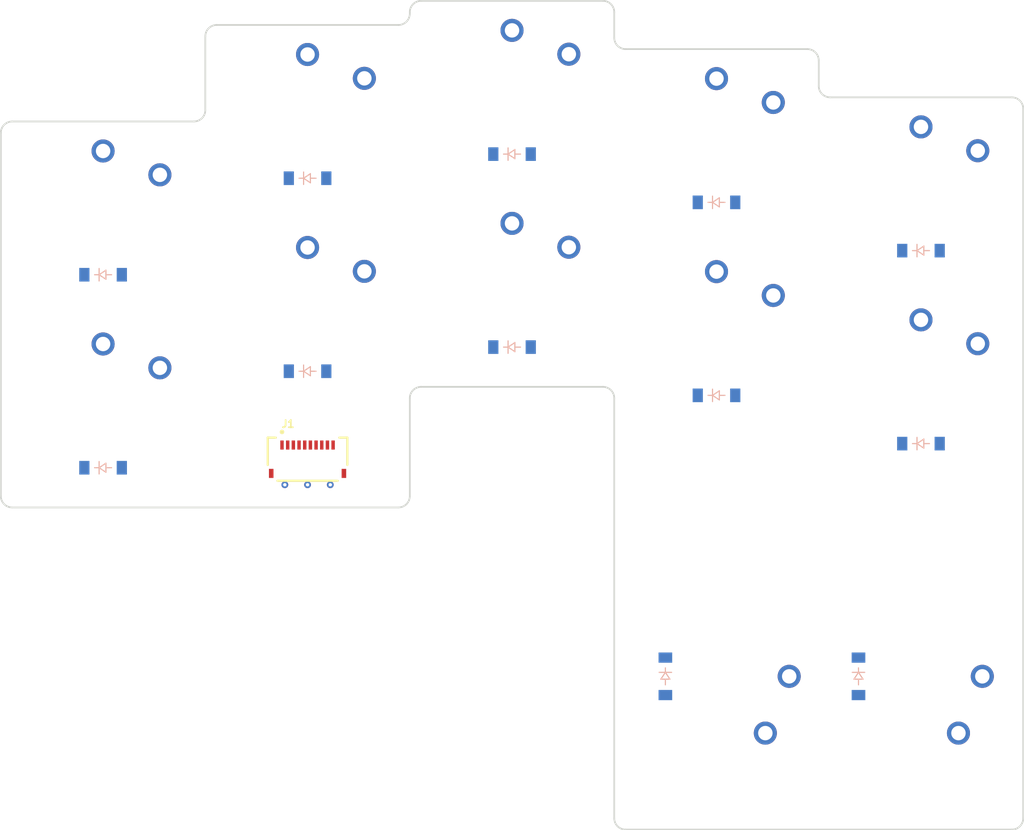
<source format=kicad_pcb>

            
(kicad_pcb (version 20171130) (host pcbnew 5.1.6)

  (page A3)
  (title_block
    (title left_pcb)
    (rev v1.0.0)
    (company Unknown)
  )

  (general
    (thickness 1.6)
  )

  (layers
    (0 F.Cu signal)
    (31 B.Cu signal)
    (32 B.Adhes user)
    (33 F.Adhes user)
    (34 B.Paste user)
    (35 F.Paste user)
    (36 B.SilkS user)
    (37 F.SilkS user)
    (38 B.Mask user)
    (39 F.Mask user)
    (40 Dwgs.User user)
    (41 Cmts.User user)
    (42 Eco1.User user)
    (43 Eco2.User user)
    (44 Edge.Cuts user)
    (45 Margin user)
    (46 B.CrtYd user)
    (47 F.CrtYd user)
    (48 B.Fab user)
    (49 F.Fab user)
  )

  (setup
    (last_trace_width 0.25)
    (trace_clearance 0.2)
    (zone_clearance 0.508)
    (zone_45_only no)
    (trace_min 0.2)
    (via_size 0.8)
    (via_drill 0.4)
    (via_min_size 0.4)
    (via_min_drill 0.3)
    (uvia_size 0.3)
    (uvia_drill 0.1)
    (uvias_allowed no)
    (uvia_min_size 0.2)
    (uvia_min_drill 0.1)
    (edge_width 0.05)
    (segment_width 0.2)
    (pcb_text_width 0.3)
    (pcb_text_size 1.5 1.5)
    (mod_edge_width 0.12)
    (mod_text_size 1 1)
    (mod_text_width 0.15)
    (pad_size 1.524 1.524)
    (pad_drill 0.762)
    (pad_to_mask_clearance 0.05)
    (aux_axis_origin 0 0)
    (visible_elements FFFFFF7F)
    (pcbplotparams
      (layerselection 0x010fc_ffffffff)
      (usegerberextensions false)
      (usegerberattributes true)
      (usegerberadvancedattributes true)
      (creategerberjobfile true)
      (excludeedgelayer true)
      (linewidth 0.100000)
      (plotframeref false)
      (viasonmask false)
      (mode 1)
      (useauxorigin false)
      (hpglpennumber 1)
      (hpglpenspeed 20)
      (hpglpendiameter 15.000000)
      (psnegative false)
      (psa4output false)
      (plotreference true)
      (plotvalue true)
      (plotinvisibletext false)
      (padsonsilk false)
      (subtractmaskfromsilk false)
      (outputformat 1)
      (mirror false)
      (drillshape 1)
      (scaleselection 1)
      (outputdirectory ""))
  )

            (net 0 "")
(net 1 "C1")
(net 2 "pinky_bottom")
(net 3 "pinky_top")
(net 4 "C2")
(net 5 "ring_bottom")
(net 6 "ring_top")
(net 7 "C3")
(net 8 "middle_bottom")
(net 9 "middle_top")
(net 10 "C4")
(net 11 "index_bottom")
(net 12 "index_top")
(net 13 "C5")
(net 14 "inner_bottom")
(net 15 "inner_top")
(net 16 "outer_thumb")
(net 17 "inner_thumb")
(net 18 "R2")
(net 19 "R1")
(net 20 "R3")
(net 21 "GND")
(net 22 "C0")
            
  (net_class Default "This is the default net class."
    (clearance 0.2)
    (trace_width 0.25)
    (via_dia 0.8)
    (via_drill 0.4)
    (uvia_dia 0.3)
    (uvia_drill 0.1)
    (add_net "")
(add_net "C1")
(add_net "pinky_bottom")
(add_net "pinky_top")
(add_net "C2")
(add_net "ring_bottom")
(add_net "ring_top")
(add_net "C3")
(add_net "middle_bottom")
(add_net "middle_top")
(add_net "C4")
(add_net "index_bottom")
(add_net "index_top")
(add_net "C5")
(add_net "inner_bottom")
(add_net "inner_top")
(add_net "outer_thumb")
(add_net "inner_thumb")
(add_net "R2")
(add_net "R1")
(add_net "R3")
(add_net "GND")
(add_net "C0")
  )

            
        
      (module PG1350 (layer F.Cu) (tedit 5DD50112)
      (model ${ERGOGEN_MODELS}/SW_Kailh_Choc_V1.wrl
        (at (xyz 0 0 0))
        (scale (xyz 1 1 1))
        (rotate (xyz 0 0 0))
      )
      (at 109 136.125 0)

      
      (fp_text reference "S1" (at 0 0) (layer F.SilkS) hide (effects (font (size 1.27 1.27) (thickness 0.15))))
      (fp_text value "" (at 0 0) (layer F.SilkS) hide (effects (font (size 1.27 1.27) (thickness 0.15))))

      
      (fp_line (start -7 -6) (end -7 -7) (layer Dwgs.User) (width 0.15))
      (fp_line (start -7 7) (end -6 7) (layer Dwgs.User) (width 0.15))
      (fp_line (start -6 -7) (end -7 -7) (layer Dwgs.User) (width 0.15))
      (fp_line (start -7 7) (end -7 6) (layer Dwgs.User) (width 0.15))
      (fp_line (start 7 6) (end 7 7) (layer Dwgs.User) (width 0.15))
      (fp_line (start 7 -7) (end 6 -7) (layer Dwgs.User) (width 0.15))
      (fp_line (start 6 7) (end 7 7) (layer Dwgs.User) (width 0.15))
      (fp_line (start 7 -7) (end 7 -6) (layer Dwgs.User) (width 0.15))      
      
      
      (pad "" np_thru_hole circle (at 0 0) (size 3.429 3.429) (drill 3.429) (layers *.Cu *.Mask))
        
      
      (pad "" np_thru_hole circle (at 5.5 0) (size 1.7018 1.7018) (drill 1.7018) (layers *.Cu *.Mask))
      (pad "" np_thru_hole circle (at -5.5 0) (size 1.7018 1.7018) (drill 1.7018) (layers *.Cu *.Mask))

      

      
        
      
      (fp_line (start -9 -8.5) (end 9 -8.5) (layer Dwgs.User) (width 0.15))
      (fp_line (start 9 -8.5) (end 9 8.5) (layer Dwgs.User) (width 0.15))
      (fp_line (start 9 8.5) (end -9 8.5) (layer Dwgs.User) (width 0.15))
      (fp_line (start -9 8.5) (end -9 -8.5) (layer Dwgs.User) (width 0.15))
      
        
            
            (pad 1 thru_hole circle (at 5 -3.8) (size 2.032 2.032) (drill 1.27) (layers *.Cu *.Mask) (net 1 "C1"))
            (pad 2 thru_hole circle (at 0 -5.9) (size 2.032 2.032) (drill 1.27) (layers *.Cu *.Mask) (net 2 "pinky_bottom"))
          )
        

        
      (module PG1350 (layer F.Cu) (tedit 5DD50112)
      (model ${ERGOGEN_MODELS}/SW_Kailh_Choc_V1.wrl
        (at (xyz 0 0 0))
        (scale (xyz 1 1 1))
        (rotate (xyz 0 0 0))
      )
      (at 109 119.125 0)

      
      (fp_text reference "S2" (at 0 0) (layer F.SilkS) hide (effects (font (size 1.27 1.27) (thickness 0.15))))
      (fp_text value "" (at 0 0) (layer F.SilkS) hide (effects (font (size 1.27 1.27) (thickness 0.15))))

      
      (fp_line (start -7 -6) (end -7 -7) (layer Dwgs.User) (width 0.15))
      (fp_line (start -7 7) (end -6 7) (layer Dwgs.User) (width 0.15))
      (fp_line (start -6 -7) (end -7 -7) (layer Dwgs.User) (width 0.15))
      (fp_line (start -7 7) (end -7 6) (layer Dwgs.User) (width 0.15))
      (fp_line (start 7 6) (end 7 7) (layer Dwgs.User) (width 0.15))
      (fp_line (start 7 -7) (end 6 -7) (layer Dwgs.User) (width 0.15))
      (fp_line (start 6 7) (end 7 7) (layer Dwgs.User) (width 0.15))
      (fp_line (start 7 -7) (end 7 -6) (layer Dwgs.User) (width 0.15))      
      
      
      (pad "" np_thru_hole circle (at 0 0) (size 3.429 3.429) (drill 3.429) (layers *.Cu *.Mask))
        
      
      (pad "" np_thru_hole circle (at 5.5 0) (size 1.7018 1.7018) (drill 1.7018) (layers *.Cu *.Mask))
      (pad "" np_thru_hole circle (at -5.5 0) (size 1.7018 1.7018) (drill 1.7018) (layers *.Cu *.Mask))

      

      
        
      
      (fp_line (start -9 -8.5) (end 9 -8.5) (layer Dwgs.User) (width 0.15))
      (fp_line (start 9 -8.5) (end 9 8.5) (layer Dwgs.User) (width 0.15))
      (fp_line (start 9 8.5) (end -9 8.5) (layer Dwgs.User) (width 0.15))
      (fp_line (start -9 8.5) (end -9 -8.5) (layer Dwgs.User) (width 0.15))
      
        
            
            (pad 1 thru_hole circle (at 5 -3.8) (size 2.032 2.032) (drill 1.27) (layers *.Cu *.Mask) (net 1 "C1"))
            (pad 2 thru_hole circle (at 0 -5.9) (size 2.032 2.032) (drill 1.27) (layers *.Cu *.Mask) (net 3 "pinky_top"))
          )
        

        
      (module PG1350 (layer F.Cu) (tedit 5DD50112)
      (model ${ERGOGEN_MODELS}/SW_Kailh_Choc_V1.wrl
        (at (xyz 0 0 0))
        (scale (xyz 1 1 1))
        (rotate (xyz 0 0 0))
      )
      (at 127 127.625 0)

      
      (fp_text reference "S3" (at 0 0) (layer F.SilkS) hide (effects (font (size 1.27 1.27) (thickness 0.15))))
      (fp_text value "" (at 0 0) (layer F.SilkS) hide (effects (font (size 1.27 1.27) (thickness 0.15))))

      
      (fp_line (start -7 -6) (end -7 -7) (layer Dwgs.User) (width 0.15))
      (fp_line (start -7 7) (end -6 7) (layer Dwgs.User) (width 0.15))
      (fp_line (start -6 -7) (end -7 -7) (layer Dwgs.User) (width 0.15))
      (fp_line (start -7 7) (end -7 6) (layer Dwgs.User) (width 0.15))
      (fp_line (start 7 6) (end 7 7) (layer Dwgs.User) (width 0.15))
      (fp_line (start 7 -7) (end 6 -7) (layer Dwgs.User) (width 0.15))
      (fp_line (start 6 7) (end 7 7) (layer Dwgs.User) (width 0.15))
      (fp_line (start 7 -7) (end 7 -6) (layer Dwgs.User) (width 0.15))      
      
      
      (pad "" np_thru_hole circle (at 0 0) (size 3.429 3.429) (drill 3.429) (layers *.Cu *.Mask))
        
      
      (pad "" np_thru_hole circle (at 5.5 0) (size 1.7018 1.7018) (drill 1.7018) (layers *.Cu *.Mask))
      (pad "" np_thru_hole circle (at -5.5 0) (size 1.7018 1.7018) (drill 1.7018) (layers *.Cu *.Mask))

      

      
        
      
      (fp_line (start -9 -8.5) (end 9 -8.5) (layer Dwgs.User) (width 0.15))
      (fp_line (start 9 -8.5) (end 9 8.5) (layer Dwgs.User) (width 0.15))
      (fp_line (start 9 8.5) (end -9 8.5) (layer Dwgs.User) (width 0.15))
      (fp_line (start -9 8.5) (end -9 -8.5) (layer Dwgs.User) (width 0.15))
      
        
            
            (pad 1 thru_hole circle (at 5 -3.8) (size 2.032 2.032) (drill 1.27) (layers *.Cu *.Mask) (net 4 "C2"))
            (pad 2 thru_hole circle (at 0 -5.9) (size 2.032 2.032) (drill 1.27) (layers *.Cu *.Mask) (net 5 "ring_bottom"))
          )
        

        
      (module PG1350 (layer F.Cu) (tedit 5DD50112)
      (model ${ERGOGEN_MODELS}/SW_Kailh_Choc_V1.wrl
        (at (xyz 0 0 0))
        (scale (xyz 1 1 1))
        (rotate (xyz 0 0 0))
      )
      (at 127 110.625 0)

      
      (fp_text reference "S4" (at 0 0) (layer F.SilkS) hide (effects (font (size 1.27 1.27) (thickness 0.15))))
      (fp_text value "" (at 0 0) (layer F.SilkS) hide (effects (font (size 1.27 1.27) (thickness 0.15))))

      
      (fp_line (start -7 -6) (end -7 -7) (layer Dwgs.User) (width 0.15))
      (fp_line (start -7 7) (end -6 7) (layer Dwgs.User) (width 0.15))
      (fp_line (start -6 -7) (end -7 -7) (layer Dwgs.User) (width 0.15))
      (fp_line (start -7 7) (end -7 6) (layer Dwgs.User) (width 0.15))
      (fp_line (start 7 6) (end 7 7) (layer Dwgs.User) (width 0.15))
      (fp_line (start 7 -7) (end 6 -7) (layer Dwgs.User) (width 0.15))
      (fp_line (start 6 7) (end 7 7) (layer Dwgs.User) (width 0.15))
      (fp_line (start 7 -7) (end 7 -6) (layer Dwgs.User) (width 0.15))      
      
      
      (pad "" np_thru_hole circle (at 0 0) (size 3.429 3.429) (drill 3.429) (layers *.Cu *.Mask))
        
      
      (pad "" np_thru_hole circle (at 5.5 0) (size 1.7018 1.7018) (drill 1.7018) (layers *.Cu *.Mask))
      (pad "" np_thru_hole circle (at -5.5 0) (size 1.7018 1.7018) (drill 1.7018) (layers *.Cu *.Mask))

      

      
        
      
      (fp_line (start -9 -8.5) (end 9 -8.5) (layer Dwgs.User) (width 0.15))
      (fp_line (start 9 -8.5) (end 9 8.5) (layer Dwgs.User) (width 0.15))
      (fp_line (start 9 8.5) (end -9 8.5) (layer Dwgs.User) (width 0.15))
      (fp_line (start -9 8.5) (end -9 -8.5) (layer Dwgs.User) (width 0.15))
      
        
            
            (pad 1 thru_hole circle (at 5 -3.8) (size 2.032 2.032) (drill 1.27) (layers *.Cu *.Mask) (net 4 "C2"))
            (pad 2 thru_hole circle (at 0 -5.9) (size 2.032 2.032) (drill 1.27) (layers *.Cu *.Mask) (net 6 "ring_top"))
          )
        

        
      (module PG1350 (layer F.Cu) (tedit 5DD50112)
      (model ${ERGOGEN_MODELS}/SW_Kailh_Choc_V1.wrl
        (at (xyz 0 0 0))
        (scale (xyz 1 1 1))
        (rotate (xyz 0 0 0))
      )
      (at 145 125.5 0)

      
      (fp_text reference "S5" (at 0 0) (layer F.SilkS) hide (effects (font (size 1.27 1.27) (thickness 0.15))))
      (fp_text value "" (at 0 0) (layer F.SilkS) hide (effects (font (size 1.27 1.27) (thickness 0.15))))

      
      (fp_line (start -7 -6) (end -7 -7) (layer Dwgs.User) (width 0.15))
      (fp_line (start -7 7) (end -6 7) (layer Dwgs.User) (width 0.15))
      (fp_line (start -6 -7) (end -7 -7) (layer Dwgs.User) (width 0.15))
      (fp_line (start -7 7) (end -7 6) (layer Dwgs.User) (width 0.15))
      (fp_line (start 7 6) (end 7 7) (layer Dwgs.User) (width 0.15))
      (fp_line (start 7 -7) (end 6 -7) (layer Dwgs.User) (width 0.15))
      (fp_line (start 6 7) (end 7 7) (layer Dwgs.User) (width 0.15))
      (fp_line (start 7 -7) (end 7 -6) (layer Dwgs.User) (width 0.15))      
      
      
      (pad "" np_thru_hole circle (at 0 0) (size 3.429 3.429) (drill 3.429) (layers *.Cu *.Mask))
        
      
      (pad "" np_thru_hole circle (at 5.5 0) (size 1.7018 1.7018) (drill 1.7018) (layers *.Cu *.Mask))
      (pad "" np_thru_hole circle (at -5.5 0) (size 1.7018 1.7018) (drill 1.7018) (layers *.Cu *.Mask))

      

      
        
      
      (fp_line (start -9 -8.5) (end 9 -8.5) (layer Dwgs.User) (width 0.15))
      (fp_line (start 9 -8.5) (end 9 8.5) (layer Dwgs.User) (width 0.15))
      (fp_line (start 9 8.5) (end -9 8.5) (layer Dwgs.User) (width 0.15))
      (fp_line (start -9 8.5) (end -9 -8.5) (layer Dwgs.User) (width 0.15))
      
        
            
            (pad 1 thru_hole circle (at 5 -3.8) (size 2.032 2.032) (drill 1.27) (layers *.Cu *.Mask) (net 7 "C3"))
            (pad 2 thru_hole circle (at 0 -5.9) (size 2.032 2.032) (drill 1.27) (layers *.Cu *.Mask) (net 8 "middle_bottom"))
          )
        

        
      (module PG1350 (layer F.Cu) (tedit 5DD50112)
      (model ${ERGOGEN_MODELS}/SW_Kailh_Choc_V1.wrl
        (at (xyz 0 0 0))
        (scale (xyz 1 1 1))
        (rotate (xyz 0 0 0))
      )
      (at 145 108.5 0)

      
      (fp_text reference "S6" (at 0 0) (layer F.SilkS) hide (effects (font (size 1.27 1.27) (thickness 0.15))))
      (fp_text value "" (at 0 0) (layer F.SilkS) hide (effects (font (size 1.27 1.27) (thickness 0.15))))

      
      (fp_line (start -7 -6) (end -7 -7) (layer Dwgs.User) (width 0.15))
      (fp_line (start -7 7) (end -6 7) (layer Dwgs.User) (width 0.15))
      (fp_line (start -6 -7) (end -7 -7) (layer Dwgs.User) (width 0.15))
      (fp_line (start -7 7) (end -7 6) (layer Dwgs.User) (width 0.15))
      (fp_line (start 7 6) (end 7 7) (layer Dwgs.User) (width 0.15))
      (fp_line (start 7 -7) (end 6 -7) (layer Dwgs.User) (width 0.15))
      (fp_line (start 6 7) (end 7 7) (layer Dwgs.User) (width 0.15))
      (fp_line (start 7 -7) (end 7 -6) (layer Dwgs.User) (width 0.15))      
      
      
      (pad "" np_thru_hole circle (at 0 0) (size 3.429 3.429) (drill 3.429) (layers *.Cu *.Mask))
        
      
      (pad "" np_thru_hole circle (at 5.5 0) (size 1.7018 1.7018) (drill 1.7018) (layers *.Cu *.Mask))
      (pad "" np_thru_hole circle (at -5.5 0) (size 1.7018 1.7018) (drill 1.7018) (layers *.Cu *.Mask))

      

      
        
      
      (fp_line (start -9 -8.5) (end 9 -8.5) (layer Dwgs.User) (width 0.15))
      (fp_line (start 9 -8.5) (end 9 8.5) (layer Dwgs.User) (width 0.15))
      (fp_line (start 9 8.5) (end -9 8.5) (layer Dwgs.User) (width 0.15))
      (fp_line (start -9 8.5) (end -9 -8.5) (layer Dwgs.User) (width 0.15))
      
        
            
            (pad 1 thru_hole circle (at 5 -3.8) (size 2.032 2.032) (drill 1.27) (layers *.Cu *.Mask) (net 7 "C3"))
            (pad 2 thru_hole circle (at 0 -5.9) (size 2.032 2.032) (drill 1.27) (layers *.Cu *.Mask) (net 9 "middle_top"))
          )
        

        
      (module PG1350 (layer F.Cu) (tedit 5DD50112)
      (model ${ERGOGEN_MODELS}/SW_Kailh_Choc_V1.wrl
        (at (xyz 0 0 0))
        (scale (xyz 1 1 1))
        (rotate (xyz 0 0 0))
      )
      (at 163 129.75 0)

      
      (fp_text reference "S7" (at 0 0) (layer F.SilkS) hide (effects (font (size 1.27 1.27) (thickness 0.15))))
      (fp_text value "" (at 0 0) (layer F.SilkS) hide (effects (font (size 1.27 1.27) (thickness 0.15))))

      
      (fp_line (start -7 -6) (end -7 -7) (layer Dwgs.User) (width 0.15))
      (fp_line (start -7 7) (end -6 7) (layer Dwgs.User) (width 0.15))
      (fp_line (start -6 -7) (end -7 -7) (layer Dwgs.User) (width 0.15))
      (fp_line (start -7 7) (end -7 6) (layer Dwgs.User) (width 0.15))
      (fp_line (start 7 6) (end 7 7) (layer Dwgs.User) (width 0.15))
      (fp_line (start 7 -7) (end 6 -7) (layer Dwgs.User) (width 0.15))
      (fp_line (start 6 7) (end 7 7) (layer Dwgs.User) (width 0.15))
      (fp_line (start 7 -7) (end 7 -6) (layer Dwgs.User) (width 0.15))      
      
      
      (pad "" np_thru_hole circle (at 0 0) (size 3.429 3.429) (drill 3.429) (layers *.Cu *.Mask))
        
      
      (pad "" np_thru_hole circle (at 5.5 0) (size 1.7018 1.7018) (drill 1.7018) (layers *.Cu *.Mask))
      (pad "" np_thru_hole circle (at -5.5 0) (size 1.7018 1.7018) (drill 1.7018) (layers *.Cu *.Mask))

      

      
        
      
      (fp_line (start -9 -8.5) (end 9 -8.5) (layer Dwgs.User) (width 0.15))
      (fp_line (start 9 -8.5) (end 9 8.5) (layer Dwgs.User) (width 0.15))
      (fp_line (start 9 8.5) (end -9 8.5) (layer Dwgs.User) (width 0.15))
      (fp_line (start -9 8.5) (end -9 -8.5) (layer Dwgs.User) (width 0.15))
      
        
            
            (pad 1 thru_hole circle (at 5 -3.8) (size 2.032 2.032) (drill 1.27) (layers *.Cu *.Mask) (net 10 "C4"))
            (pad 2 thru_hole circle (at 0 -5.9) (size 2.032 2.032) (drill 1.27) (layers *.Cu *.Mask) (net 11 "index_bottom"))
          )
        

        
      (module PG1350 (layer F.Cu) (tedit 5DD50112)
      (model ${ERGOGEN_MODELS}/SW_Kailh_Choc_V1.wrl
        (at (xyz 0 0 0))
        (scale (xyz 1 1 1))
        (rotate (xyz 0 0 0))
      )
      (at 163 112.75 0)

      
      (fp_text reference "S8" (at 0 0) (layer F.SilkS) hide (effects (font (size 1.27 1.27) (thickness 0.15))))
      (fp_text value "" (at 0 0) (layer F.SilkS) hide (effects (font (size 1.27 1.27) (thickness 0.15))))

      
      (fp_line (start -7 -6) (end -7 -7) (layer Dwgs.User) (width 0.15))
      (fp_line (start -7 7) (end -6 7) (layer Dwgs.User) (width 0.15))
      (fp_line (start -6 -7) (end -7 -7) (layer Dwgs.User) (width 0.15))
      (fp_line (start -7 7) (end -7 6) (layer Dwgs.User) (width 0.15))
      (fp_line (start 7 6) (end 7 7) (layer Dwgs.User) (width 0.15))
      (fp_line (start 7 -7) (end 6 -7) (layer Dwgs.User) (width 0.15))
      (fp_line (start 6 7) (end 7 7) (layer Dwgs.User) (width 0.15))
      (fp_line (start 7 -7) (end 7 -6) (layer Dwgs.User) (width 0.15))      
      
      
      (pad "" np_thru_hole circle (at 0 0) (size 3.429 3.429) (drill 3.429) (layers *.Cu *.Mask))
        
      
      (pad "" np_thru_hole circle (at 5.5 0) (size 1.7018 1.7018) (drill 1.7018) (layers *.Cu *.Mask))
      (pad "" np_thru_hole circle (at -5.5 0) (size 1.7018 1.7018) (drill 1.7018) (layers *.Cu *.Mask))

      

      
        
      
      (fp_line (start -9 -8.5) (end 9 -8.5) (layer Dwgs.User) (width 0.15))
      (fp_line (start 9 -8.5) (end 9 8.5) (layer Dwgs.User) (width 0.15))
      (fp_line (start 9 8.5) (end -9 8.5) (layer Dwgs.User) (width 0.15))
      (fp_line (start -9 8.5) (end -9 -8.5) (layer Dwgs.User) (width 0.15))
      
        
            
            (pad 1 thru_hole circle (at 5 -3.8) (size 2.032 2.032) (drill 1.27) (layers *.Cu *.Mask) (net 10 "C4"))
            (pad 2 thru_hole circle (at 0 -5.9) (size 2.032 2.032) (drill 1.27) (layers *.Cu *.Mask) (net 12 "index_top"))
          )
        

        
      (module PG1350 (layer F.Cu) (tedit 5DD50112)
      (model ${ERGOGEN_MODELS}/SW_Kailh_Choc_V1.wrl
        (at (xyz 0 0 0))
        (scale (xyz 1 1 1))
        (rotate (xyz 0 0 0))
      )
      (at 181 134 0)

      
      (fp_text reference "S9" (at 0 0) (layer F.SilkS) hide (effects (font (size 1.27 1.27) (thickness 0.15))))
      (fp_text value "" (at 0 0) (layer F.SilkS) hide (effects (font (size 1.27 1.27) (thickness 0.15))))

      
      (fp_line (start -7 -6) (end -7 -7) (layer Dwgs.User) (width 0.15))
      (fp_line (start -7 7) (end -6 7) (layer Dwgs.User) (width 0.15))
      (fp_line (start -6 -7) (end -7 -7) (layer Dwgs.User) (width 0.15))
      (fp_line (start -7 7) (end -7 6) (layer Dwgs.User) (width 0.15))
      (fp_line (start 7 6) (end 7 7) (layer Dwgs.User) (width 0.15))
      (fp_line (start 7 -7) (end 6 -7) (layer Dwgs.User) (width 0.15))
      (fp_line (start 6 7) (end 7 7) (layer Dwgs.User) (width 0.15))
      (fp_line (start 7 -7) (end 7 -6) (layer Dwgs.User) (width 0.15))      
      
      
      (pad "" np_thru_hole circle (at 0 0) (size 3.429 3.429) (drill 3.429) (layers *.Cu *.Mask))
        
      
      (pad "" np_thru_hole circle (at 5.5 0) (size 1.7018 1.7018) (drill 1.7018) (layers *.Cu *.Mask))
      (pad "" np_thru_hole circle (at -5.5 0) (size 1.7018 1.7018) (drill 1.7018) (layers *.Cu *.Mask))

      

      
        
      
      (fp_line (start -9 -8.5) (end 9 -8.5) (layer Dwgs.User) (width 0.15))
      (fp_line (start 9 -8.5) (end 9 8.5) (layer Dwgs.User) (width 0.15))
      (fp_line (start 9 8.5) (end -9 8.5) (layer Dwgs.User) (width 0.15))
      (fp_line (start -9 8.5) (end -9 -8.5) (layer Dwgs.User) (width 0.15))
      
        
            
            (pad 1 thru_hole circle (at 5 -3.8) (size 2.032 2.032) (drill 1.27) (layers *.Cu *.Mask) (net 13 "C5"))
            (pad 2 thru_hole circle (at 0 -5.9) (size 2.032 2.032) (drill 1.27) (layers *.Cu *.Mask) (net 14 "inner_bottom"))
          )
        

        
      (module PG1350 (layer F.Cu) (tedit 5DD50112)
      (model ${ERGOGEN_MODELS}/SW_Kailh_Choc_V1.wrl
        (at (xyz 0 0 0))
        (scale (xyz 1 1 1))
        (rotate (xyz 0 0 0))
      )
      (at 181 117 0)

      
      (fp_text reference "S10" (at 0 0) (layer F.SilkS) hide (effects (font (size 1.27 1.27) (thickness 0.15))))
      (fp_text value "" (at 0 0) (layer F.SilkS) hide (effects (font (size 1.27 1.27) (thickness 0.15))))

      
      (fp_line (start -7 -6) (end -7 -7) (layer Dwgs.User) (width 0.15))
      (fp_line (start -7 7) (end -6 7) (layer Dwgs.User) (width 0.15))
      (fp_line (start -6 -7) (end -7 -7) (layer Dwgs.User) (width 0.15))
      (fp_line (start -7 7) (end -7 6) (layer Dwgs.User) (width 0.15))
      (fp_line (start 7 6) (end 7 7) (layer Dwgs.User) (width 0.15))
      (fp_line (start 7 -7) (end 6 -7) (layer Dwgs.User) (width 0.15))
      (fp_line (start 6 7) (end 7 7) (layer Dwgs.User) (width 0.15))
      (fp_line (start 7 -7) (end 7 -6) (layer Dwgs.User) (width 0.15))      
      
      
      (pad "" np_thru_hole circle (at 0 0) (size 3.429 3.429) (drill 3.429) (layers *.Cu *.Mask))
        
      
      (pad "" np_thru_hole circle (at 5.5 0) (size 1.7018 1.7018) (drill 1.7018) (layers *.Cu *.Mask))
      (pad "" np_thru_hole circle (at -5.5 0) (size 1.7018 1.7018) (drill 1.7018) (layers *.Cu *.Mask))

      

      
        
      
      (fp_line (start -9 -8.5) (end 9 -8.5) (layer Dwgs.User) (width 0.15))
      (fp_line (start 9 -8.5) (end 9 8.5) (layer Dwgs.User) (width 0.15))
      (fp_line (start 9 8.5) (end -9 8.5) (layer Dwgs.User) (width 0.15))
      (fp_line (start -9 8.5) (end -9 -8.5) (layer Dwgs.User) (width 0.15))
      
        
            
            (pad 1 thru_hole circle (at 5 -3.8) (size 2.032 2.032) (drill 1.27) (layers *.Cu *.Mask) (net 13 "C5"))
            (pad 2 thru_hole circle (at 0 -5.9) (size 2.032 2.032) (drill 1.27) (layers *.Cu *.Mask) (net 15 "inner_top"))
          )
        

        
      (module PG1350 (layer F.Cu) (tedit 5DD50112)
      (model ${ERGOGEN_MODELS}/SW_Kailh_Choc_V1.wrl
        (at (xyz 0 0 0))
        (scale (xyz 1 1 1))
        (rotate (xyz 0 0 0))
      )
      (at 163.5 159.5 -90)

      
      (fp_text reference "S11" (at 0 0) (layer F.SilkS) hide (effects (font (size 1.27 1.27) (thickness 0.15))))
      (fp_text value "" (at 0 0) (layer F.SilkS) hide (effects (font (size 1.27 1.27) (thickness 0.15))))

      
      (fp_line (start -7 -6) (end -7 -7) (layer Dwgs.User) (width 0.15))
      (fp_line (start -7 7) (end -6 7) (layer Dwgs.User) (width 0.15))
      (fp_line (start -6 -7) (end -7 -7) (layer Dwgs.User) (width 0.15))
      (fp_line (start -7 7) (end -7 6) (layer Dwgs.User) (width 0.15))
      (fp_line (start 7 6) (end 7 7) (layer Dwgs.User) (width 0.15))
      (fp_line (start 7 -7) (end 6 -7) (layer Dwgs.User) (width 0.15))
      (fp_line (start 6 7) (end 7 7) (layer Dwgs.User) (width 0.15))
      (fp_line (start 7 -7) (end 7 -6) (layer Dwgs.User) (width 0.15))      
      
      
      (pad "" np_thru_hole circle (at 0 0) (size 3.429 3.429) (drill 3.429) (layers *.Cu *.Mask))
        
      
      (pad "" np_thru_hole circle (at 5.5 0) (size 1.7018 1.7018) (drill 1.7018) (layers *.Cu *.Mask))
      (pad "" np_thru_hole circle (at -5.5 0) (size 1.7018 1.7018) (drill 1.7018) (layers *.Cu *.Mask))

      

      
        
      
      (fp_line (start -9 -8.5) (end 9 -8.5) (layer Dwgs.User) (width 0.15))
      (fp_line (start 9 -8.5) (end 9 8.5) (layer Dwgs.User) (width 0.15))
      (fp_line (start 9 8.5) (end -9 8.5) (layer Dwgs.User) (width 0.15))
      (fp_line (start -9 8.5) (end -9 -8.5) (layer Dwgs.User) (width 0.15))
      
        
            
            (pad 1 thru_hole circle (at 5 -3.8) (size 2.032 2.032) (drill 1.27) (layers *.Cu *.Mask) (net 10 "C4"))
            (pad 2 thru_hole circle (at 0 -5.9) (size 2.032 2.032) (drill 1.27) (layers *.Cu *.Mask) (net 16 "outer_thumb"))
          )
        

        
      (module PG1350 (layer F.Cu) (tedit 5DD50112)
      (model ${ERGOGEN_MODELS}/SW_Kailh_Choc_V1.wrl
        (at (xyz 0 0 0))
        (scale (xyz 1 1 1))
        (rotate (xyz 0 0 0))
      )
      (at 180.5 159.5 -90)

      
      (fp_text reference "S12" (at 0 0) (layer F.SilkS) hide (effects (font (size 1.27 1.27) (thickness 0.15))))
      (fp_text value "" (at 0 0) (layer F.SilkS) hide (effects (font (size 1.27 1.27) (thickness 0.15))))

      
      (fp_line (start -7 -6) (end -7 -7) (layer Dwgs.User) (width 0.15))
      (fp_line (start -7 7) (end -6 7) (layer Dwgs.User) (width 0.15))
      (fp_line (start -6 -7) (end -7 -7) (layer Dwgs.User) (width 0.15))
      (fp_line (start -7 7) (end -7 6) (layer Dwgs.User) (width 0.15))
      (fp_line (start 7 6) (end 7 7) (layer Dwgs.User) (width 0.15))
      (fp_line (start 7 -7) (end 6 -7) (layer Dwgs.User) (width 0.15))
      (fp_line (start 6 7) (end 7 7) (layer Dwgs.User) (width 0.15))
      (fp_line (start 7 -7) (end 7 -6) (layer Dwgs.User) (width 0.15))      
      
      
      (pad "" np_thru_hole circle (at 0 0) (size 3.429 3.429) (drill 3.429) (layers *.Cu *.Mask))
        
      
      (pad "" np_thru_hole circle (at 5.5 0) (size 1.7018 1.7018) (drill 1.7018) (layers *.Cu *.Mask))
      (pad "" np_thru_hole circle (at -5.5 0) (size 1.7018 1.7018) (drill 1.7018) (layers *.Cu *.Mask))

      

      
        
      
      (fp_line (start -9 -8.5) (end 9 -8.5) (layer Dwgs.User) (width 0.15))
      (fp_line (start 9 -8.5) (end 9 8.5) (layer Dwgs.User) (width 0.15))
      (fp_line (start 9 8.5) (end -9 8.5) (layer Dwgs.User) (width 0.15))
      (fp_line (start -9 8.5) (end -9 -8.5) (layer Dwgs.User) (width 0.15))
      
        
            
            (pad 1 thru_hole circle (at 5 -3.8) (size 2.032 2.032) (drill 1.27) (layers *.Cu *.Mask) (net 13 "C5"))
            (pad 2 thru_hole circle (at 0 -5.9) (size 2.032 2.032) (drill 1.27) (layers *.Cu *.Mask) (net 17 "inner_thumb"))
          )
        

  
    (module ComboDiode (layer B.Cu) (tedit 5B24D78E)

    (model "${KICAD7_3DMODEL_DIR}/Diode_SMD.3dshapes/D_SOD-123.wrl"
      (offset (xyz 0 0 0))
      (scale (xyz 1 1 1))
      (rotate (xyz 0 0 0))
    )

        (at 109 141.125 0)

        
        (fp_text reference "D1" (at 0 0) (layer B.SilkS) hide (effects (font (size 1.27 1.27) (thickness 0.15))))
        (fp_text value "" (at 0 0) (layer B.SilkS) hide (effects (font (size 1.27 1.27) (thickness 0.15))))
        
        
        (fp_line (start 0.25 0) (end 0.75 0) (layer B.SilkS) (width 0.1))
        (fp_line (start 0.25 0.4) (end -0.35 0) (layer B.SilkS) (width 0.1))
        (fp_line (start 0.25 -0.4) (end 0.25 0.4) (layer B.SilkS) (width 0.1))
        (fp_line (start -0.35 0) (end 0.25 -0.4) (layer B.SilkS) (width 0.1))
        (fp_line (start -0.35 0) (end -0.35 0.55) (layer B.SilkS) (width 0.1))
        (fp_line (start -0.35 0) (end -0.35 -0.55) (layer B.SilkS) (width 0.1))
        (fp_line (start -0.75 0) (end -0.35 0) (layer B.SilkS) (width 0.1))
    
        
        (pad 1 smd rect (at -1.65 0 0) (size 0.9 1.2) (layers B.Cu B.Paste B.Mask) (net 18 "R2"))
        (pad 2 smd rect (at 1.65 0 0) (size 0.9 1.2) (layers B.Cu B.Paste B.Mask) (net 2 "pinky_bottom"))
        
    )
  
    

  
    (module ComboDiode (layer B.Cu) (tedit 5B24D78E)

    (model "${KICAD7_3DMODEL_DIR}/Diode_SMD.3dshapes/D_SOD-123.wrl"
      (offset (xyz 0 0 0))
      (scale (xyz 1 1 1))
      (rotate (xyz 0 0 0))
    )

        (at 109 124.125 0)

        
        (fp_text reference "D2" (at 0 0) (layer B.SilkS) hide (effects (font (size 1.27 1.27) (thickness 0.15))))
        (fp_text value "" (at 0 0) (layer B.SilkS) hide (effects (font (size 1.27 1.27) (thickness 0.15))))
        
        
        (fp_line (start 0.25 0) (end 0.75 0) (layer B.SilkS) (width 0.1))
        (fp_line (start 0.25 0.4) (end -0.35 0) (layer B.SilkS) (width 0.1))
        (fp_line (start 0.25 -0.4) (end 0.25 0.4) (layer B.SilkS) (width 0.1))
        (fp_line (start -0.35 0) (end 0.25 -0.4) (layer B.SilkS) (width 0.1))
        (fp_line (start -0.35 0) (end -0.35 0.55) (layer B.SilkS) (width 0.1))
        (fp_line (start -0.35 0) (end -0.35 -0.55) (layer B.SilkS) (width 0.1))
        (fp_line (start -0.75 0) (end -0.35 0) (layer B.SilkS) (width 0.1))
    
        
        (pad 1 smd rect (at -1.65 0 0) (size 0.9 1.2) (layers B.Cu B.Paste B.Mask) (net 19 "R1"))
        (pad 2 smd rect (at 1.65 0 0) (size 0.9 1.2) (layers B.Cu B.Paste B.Mask) (net 3 "pinky_top"))
        
    )
  
    

  
    (module ComboDiode (layer B.Cu) (tedit 5B24D78E)

    (model "${KICAD7_3DMODEL_DIR}/Diode_SMD.3dshapes/D_SOD-123.wrl"
      (offset (xyz 0 0 0))
      (scale (xyz 1 1 1))
      (rotate (xyz 0 0 0))
    )

        (at 127 132.625 0)

        
        (fp_text reference "D3" (at 0 0) (layer B.SilkS) hide (effects (font (size 1.27 1.27) (thickness 0.15))))
        (fp_text value "" (at 0 0) (layer B.SilkS) hide (effects (font (size 1.27 1.27) (thickness 0.15))))
        
        
        (fp_line (start 0.25 0) (end 0.75 0) (layer B.SilkS) (width 0.1))
        (fp_line (start 0.25 0.4) (end -0.35 0) (layer B.SilkS) (width 0.1))
        (fp_line (start 0.25 -0.4) (end 0.25 0.4) (layer B.SilkS) (width 0.1))
        (fp_line (start -0.35 0) (end 0.25 -0.4) (layer B.SilkS) (width 0.1))
        (fp_line (start -0.35 0) (end -0.35 0.55) (layer B.SilkS) (width 0.1))
        (fp_line (start -0.35 0) (end -0.35 -0.55) (layer B.SilkS) (width 0.1))
        (fp_line (start -0.75 0) (end -0.35 0) (layer B.SilkS) (width 0.1))
    
        
        (pad 1 smd rect (at -1.65 0 0) (size 0.9 1.2) (layers B.Cu B.Paste B.Mask) (net 18 "R2"))
        (pad 2 smd rect (at 1.65 0 0) (size 0.9 1.2) (layers B.Cu B.Paste B.Mask) (net 5 "ring_bottom"))
        
    )
  
    

  
    (module ComboDiode (layer B.Cu) (tedit 5B24D78E)

    (model "${KICAD7_3DMODEL_DIR}/Diode_SMD.3dshapes/D_SOD-123.wrl"
      (offset (xyz 0 0 0))
      (scale (xyz 1 1 1))
      (rotate (xyz 0 0 0))
    )

        (at 127 115.625 0)

        
        (fp_text reference "D4" (at 0 0) (layer B.SilkS) hide (effects (font (size 1.27 1.27) (thickness 0.15))))
        (fp_text value "" (at 0 0) (layer B.SilkS) hide (effects (font (size 1.27 1.27) (thickness 0.15))))
        
        
        (fp_line (start 0.25 0) (end 0.75 0) (layer B.SilkS) (width 0.1))
        (fp_line (start 0.25 0.4) (end -0.35 0) (layer B.SilkS) (width 0.1))
        (fp_line (start 0.25 -0.4) (end 0.25 0.4) (layer B.SilkS) (width 0.1))
        (fp_line (start -0.35 0) (end 0.25 -0.4) (layer B.SilkS) (width 0.1))
        (fp_line (start -0.35 0) (end -0.35 0.55) (layer B.SilkS) (width 0.1))
        (fp_line (start -0.35 0) (end -0.35 -0.55) (layer B.SilkS) (width 0.1))
        (fp_line (start -0.75 0) (end -0.35 0) (layer B.SilkS) (width 0.1))
    
        
        (pad 1 smd rect (at -1.65 0 0) (size 0.9 1.2) (layers B.Cu B.Paste B.Mask) (net 19 "R1"))
        (pad 2 smd rect (at 1.65 0 0) (size 0.9 1.2) (layers B.Cu B.Paste B.Mask) (net 6 "ring_top"))
        
    )
  
    

  
    (module ComboDiode (layer B.Cu) (tedit 5B24D78E)

    (model "${KICAD7_3DMODEL_DIR}/Diode_SMD.3dshapes/D_SOD-123.wrl"
      (offset (xyz 0 0 0))
      (scale (xyz 1 1 1))
      (rotate (xyz 0 0 0))
    )

        (at 145 130.5 0)

        
        (fp_text reference "D5" (at 0 0) (layer B.SilkS) hide (effects (font (size 1.27 1.27) (thickness 0.15))))
        (fp_text value "" (at 0 0) (layer B.SilkS) hide (effects (font (size 1.27 1.27) (thickness 0.15))))
        
        
        (fp_line (start 0.25 0) (end 0.75 0) (layer B.SilkS) (width 0.1))
        (fp_line (start 0.25 0.4) (end -0.35 0) (layer B.SilkS) (width 0.1))
        (fp_line (start 0.25 -0.4) (end 0.25 0.4) (layer B.SilkS) (width 0.1))
        (fp_line (start -0.35 0) (end 0.25 -0.4) (layer B.SilkS) (width 0.1))
        (fp_line (start -0.35 0) (end -0.35 0.55) (layer B.SilkS) (width 0.1))
        (fp_line (start -0.35 0) (end -0.35 -0.55) (layer B.SilkS) (width 0.1))
        (fp_line (start -0.75 0) (end -0.35 0) (layer B.SilkS) (width 0.1))
    
        
        (pad 1 smd rect (at -1.65 0 0) (size 0.9 1.2) (layers B.Cu B.Paste B.Mask) (net 18 "R2"))
        (pad 2 smd rect (at 1.65 0 0) (size 0.9 1.2) (layers B.Cu B.Paste B.Mask) (net 8 "middle_bottom"))
        
    )
  
    

  
    (module ComboDiode (layer B.Cu) (tedit 5B24D78E)

    (model "${KICAD7_3DMODEL_DIR}/Diode_SMD.3dshapes/D_SOD-123.wrl"
      (offset (xyz 0 0 0))
      (scale (xyz 1 1 1))
      (rotate (xyz 0 0 0))
    )

        (at 145 113.5 0)

        
        (fp_text reference "D6" (at 0 0) (layer B.SilkS) hide (effects (font (size 1.27 1.27) (thickness 0.15))))
        (fp_text value "" (at 0 0) (layer B.SilkS) hide (effects (font (size 1.27 1.27) (thickness 0.15))))
        
        
        (fp_line (start 0.25 0) (end 0.75 0) (layer B.SilkS) (width 0.1))
        (fp_line (start 0.25 0.4) (end -0.35 0) (layer B.SilkS) (width 0.1))
        (fp_line (start 0.25 -0.4) (end 0.25 0.4) (layer B.SilkS) (width 0.1))
        (fp_line (start -0.35 0) (end 0.25 -0.4) (layer B.SilkS) (width 0.1))
        (fp_line (start -0.35 0) (end -0.35 0.55) (layer B.SilkS) (width 0.1))
        (fp_line (start -0.35 0) (end -0.35 -0.55) (layer B.SilkS) (width 0.1))
        (fp_line (start -0.75 0) (end -0.35 0) (layer B.SilkS) (width 0.1))
    
        
        (pad 1 smd rect (at -1.65 0 0) (size 0.9 1.2) (layers B.Cu B.Paste B.Mask) (net 19 "R1"))
        (pad 2 smd rect (at 1.65 0 0) (size 0.9 1.2) (layers B.Cu B.Paste B.Mask) (net 9 "middle_top"))
        
    )
  
    

  
    (module ComboDiode (layer B.Cu) (tedit 5B24D78E)

    (model "${KICAD7_3DMODEL_DIR}/Diode_SMD.3dshapes/D_SOD-123.wrl"
      (offset (xyz 0 0 0))
      (scale (xyz 1 1 1))
      (rotate (xyz 0 0 0))
    )

        (at 163 134.75 0)

        
        (fp_text reference "D7" (at 0 0) (layer B.SilkS) hide (effects (font (size 1.27 1.27) (thickness 0.15))))
        (fp_text value "" (at 0 0) (layer B.SilkS) hide (effects (font (size 1.27 1.27) (thickness 0.15))))
        
        
        (fp_line (start 0.25 0) (end 0.75 0) (layer B.SilkS) (width 0.1))
        (fp_line (start 0.25 0.4) (end -0.35 0) (layer B.SilkS) (width 0.1))
        (fp_line (start 0.25 -0.4) (end 0.25 0.4) (layer B.SilkS) (width 0.1))
        (fp_line (start -0.35 0) (end 0.25 -0.4) (layer B.SilkS) (width 0.1))
        (fp_line (start -0.35 0) (end -0.35 0.55) (layer B.SilkS) (width 0.1))
        (fp_line (start -0.35 0) (end -0.35 -0.55) (layer B.SilkS) (width 0.1))
        (fp_line (start -0.75 0) (end -0.35 0) (layer B.SilkS) (width 0.1))
    
        
        (pad 1 smd rect (at -1.65 0 0) (size 0.9 1.2) (layers B.Cu B.Paste B.Mask) (net 18 "R2"))
        (pad 2 smd rect (at 1.65 0 0) (size 0.9 1.2) (layers B.Cu B.Paste B.Mask) (net 11 "index_bottom"))
        
    )
  
    

  
    (module ComboDiode (layer B.Cu) (tedit 5B24D78E)

    (model "${KICAD7_3DMODEL_DIR}/Diode_SMD.3dshapes/D_SOD-123.wrl"
      (offset (xyz 0 0 0))
      (scale (xyz 1 1 1))
      (rotate (xyz 0 0 0))
    )

        (at 163 117.75 0)

        
        (fp_text reference "D8" (at 0 0) (layer B.SilkS) hide (effects (font (size 1.27 1.27) (thickness 0.15))))
        (fp_text value "" (at 0 0) (layer B.SilkS) hide (effects (font (size 1.27 1.27) (thickness 0.15))))
        
        
        (fp_line (start 0.25 0) (end 0.75 0) (layer B.SilkS) (width 0.1))
        (fp_line (start 0.25 0.4) (end -0.35 0) (layer B.SilkS) (width 0.1))
        (fp_line (start 0.25 -0.4) (end 0.25 0.4) (layer B.SilkS) (width 0.1))
        (fp_line (start -0.35 0) (end 0.25 -0.4) (layer B.SilkS) (width 0.1))
        (fp_line (start -0.35 0) (end -0.35 0.55) (layer B.SilkS) (width 0.1))
        (fp_line (start -0.35 0) (end -0.35 -0.55) (layer B.SilkS) (width 0.1))
        (fp_line (start -0.75 0) (end -0.35 0) (layer B.SilkS) (width 0.1))
    
        
        (pad 1 smd rect (at -1.65 0 0) (size 0.9 1.2) (layers B.Cu B.Paste B.Mask) (net 19 "R1"))
        (pad 2 smd rect (at 1.65 0 0) (size 0.9 1.2) (layers B.Cu B.Paste B.Mask) (net 12 "index_top"))
        
    )
  
    

  
    (module ComboDiode (layer B.Cu) (tedit 5B24D78E)

    (model "${KICAD7_3DMODEL_DIR}/Diode_SMD.3dshapes/D_SOD-123.wrl"
      (offset (xyz 0 0 0))
      (scale (xyz 1 1 1))
      (rotate (xyz 0 0 0))
    )

        (at 181 139 0)

        
        (fp_text reference "D9" (at 0 0) (layer B.SilkS) hide (effects (font (size 1.27 1.27) (thickness 0.15))))
        (fp_text value "" (at 0 0) (layer B.SilkS) hide (effects (font (size 1.27 1.27) (thickness 0.15))))
        
        
        (fp_line (start 0.25 0) (end 0.75 0) (layer B.SilkS) (width 0.1))
        (fp_line (start 0.25 0.4) (end -0.35 0) (layer B.SilkS) (width 0.1))
        (fp_line (start 0.25 -0.4) (end 0.25 0.4) (layer B.SilkS) (width 0.1))
        (fp_line (start -0.35 0) (end 0.25 -0.4) (layer B.SilkS) (width 0.1))
        (fp_line (start -0.35 0) (end -0.35 0.55) (layer B.SilkS) (width 0.1))
        (fp_line (start -0.35 0) (end -0.35 -0.55) (layer B.SilkS) (width 0.1))
        (fp_line (start -0.75 0) (end -0.35 0) (layer B.SilkS) (width 0.1))
    
        
        (pad 1 smd rect (at -1.65 0 0) (size 0.9 1.2) (layers B.Cu B.Paste B.Mask) (net 18 "R2"))
        (pad 2 smd rect (at 1.65 0 0) (size 0.9 1.2) (layers B.Cu B.Paste B.Mask) (net 14 "inner_bottom"))
        
    )
  
    

  
    (module ComboDiode (layer B.Cu) (tedit 5B24D78E)

    (model "${KICAD7_3DMODEL_DIR}/Diode_SMD.3dshapes/D_SOD-123.wrl"
      (offset (xyz 0 0 0))
      (scale (xyz 1 1 1))
      (rotate (xyz 0 0 0))
    )

        (at 181 122 0)

        
        (fp_text reference "D10" (at 0 0) (layer B.SilkS) hide (effects (font (size 1.27 1.27) (thickness 0.15))))
        (fp_text value "" (at 0 0) (layer B.SilkS) hide (effects (font (size 1.27 1.27) (thickness 0.15))))
        
        
        (fp_line (start 0.25 0) (end 0.75 0) (layer B.SilkS) (width 0.1))
        (fp_line (start 0.25 0.4) (end -0.35 0) (layer B.SilkS) (width 0.1))
        (fp_line (start 0.25 -0.4) (end 0.25 0.4) (layer B.SilkS) (width 0.1))
        (fp_line (start -0.35 0) (end 0.25 -0.4) (layer B.SilkS) (width 0.1))
        (fp_line (start -0.35 0) (end -0.35 0.55) (layer B.SilkS) (width 0.1))
        (fp_line (start -0.35 0) (end -0.35 -0.55) (layer B.SilkS) (width 0.1))
        (fp_line (start -0.75 0) (end -0.35 0) (layer B.SilkS) (width 0.1))
    
        
        (pad 1 smd rect (at -1.65 0 0) (size 0.9 1.2) (layers B.Cu B.Paste B.Mask) (net 19 "R1"))
        (pad 2 smd rect (at 1.65 0 0) (size 0.9 1.2) (layers B.Cu B.Paste B.Mask) (net 15 "inner_top"))
        
    )
  
    

  
    (module ComboDiode (layer B.Cu) (tedit 5B24D78E)

    (model "${KICAD7_3DMODEL_DIR}/Diode_SMD.3dshapes/D_SOD-123.wrl"
      (offset (xyz 0 0 0))
      (scale (xyz 1 1 1))
      (rotate (xyz 0 0 0))
    )

        (at 158.5 159.5 -90)

        
        (fp_text reference "D11" (at 0 0) (layer B.SilkS) hide (effects (font (size 1.27 1.27) (thickness 0.15))))
        (fp_text value "" (at 0 0) (layer B.SilkS) hide (effects (font (size 1.27 1.27) (thickness 0.15))))
        
        
        (fp_line (start 0.25 0) (end 0.75 0) (layer B.SilkS) (width 0.1))
        (fp_line (start 0.25 0.4) (end -0.35 0) (layer B.SilkS) (width 0.1))
        (fp_line (start 0.25 -0.4) (end 0.25 0.4) (layer B.SilkS) (width 0.1))
        (fp_line (start -0.35 0) (end 0.25 -0.4) (layer B.SilkS) (width 0.1))
        (fp_line (start -0.35 0) (end -0.35 0.55) (layer B.SilkS) (width 0.1))
        (fp_line (start -0.35 0) (end -0.35 -0.55) (layer B.SilkS) (width 0.1))
        (fp_line (start -0.75 0) (end -0.35 0) (layer B.SilkS) (width 0.1))
    
        
        (pad 1 smd rect (at -1.65 0 -90) (size 0.9 1.2) (layers B.Cu B.Paste B.Mask) (net 20 "R3"))
        (pad 2 smd rect (at 1.65 0 -90) (size 0.9 1.2) (layers B.Cu B.Paste B.Mask) (net 16 "outer_thumb"))
        
    )
  
    

  
    (module ComboDiode (layer B.Cu) (tedit 5B24D78E)

    (model "${KICAD7_3DMODEL_DIR}/Diode_SMD.3dshapes/D_SOD-123.wrl"
      (offset (xyz 0 0 0))
      (scale (xyz 1 1 1))
      (rotate (xyz 0 0 0))
    )

        (at 175.5 159.5 -90)

        
        (fp_text reference "D12" (at 0 0) (layer B.SilkS) hide (effects (font (size 1.27 1.27) (thickness 0.15))))
        (fp_text value "" (at 0 0) (layer B.SilkS) hide (effects (font (size 1.27 1.27) (thickness 0.15))))
        
        
        (fp_line (start 0.25 0) (end 0.75 0) (layer B.SilkS) (width 0.1))
        (fp_line (start 0.25 0.4) (end -0.35 0) (layer B.SilkS) (width 0.1))
        (fp_line (start 0.25 -0.4) (end 0.25 0.4) (layer B.SilkS) (width 0.1))
        (fp_line (start -0.35 0) (end 0.25 -0.4) (layer B.SilkS) (width 0.1))
        (fp_line (start -0.35 0) (end -0.35 0.55) (layer B.SilkS) (width 0.1))
        (fp_line (start -0.35 0) (end -0.35 -0.55) (layer B.SilkS) (width 0.1))
        (fp_line (start -0.75 0) (end -0.35 0) (layer B.SilkS) (width 0.1))
    
        
        (pad 1 smd rect (at -1.65 0 -90) (size 0.9 1.2) (layers B.Cu B.Paste B.Mask) (net 20 "R3"))
        (pad 2 smd rect (at 1.65 0 -90) (size 0.9 1.2) (layers B.Cu B.Paste B.Mask) (net 17 "inner_thumb"))
        
    )
  
    

(module Molex2004850410 (layer F.Cu) (tedit 60CE555C)
  (attr smd)
  (at 127 140.375 0)

  (fp_text reference "J1" (at -1.718 -3.1064) (layer F.SilkS)
    (effects (font (size 0.64 0.64) (thickness 0.15)))
  )
  (fp_text value "Conn_01x10_Socket" (at 3.2524 3.1936) (layer "F.Fab")
      (effects (font (size 0.64 0.64) (thickness 0.15)))
    
  )


  (fp_line (start -3.5 -1.9) (end -2.8 -1.9)
    (stroke (width 0.2) (type solid)) (layer "F.SilkS") )
  (fp_line (start -3.5 0.5) (end -3.5 -1.9)
    (stroke (width 0.2) (type solid)) (layer "F.SilkS") )
  (fp_line (start -2.65 1.9) (end 2.65 1.9)
    (stroke (width 0.2) (type solid)) (layer "F.SilkS") )
  (fp_line (start 2.8 -1.9) (end 3.5 -1.9)
    (stroke (width 0.2) (type solid)) (layer "F.SilkS") )
  (fp_line (start 3.5 -1.9) (end 3.5 0.5)
    (stroke (width 0.2) (type solid)) (layer "F.SilkS") )
  (fp_circle (center -2.25 -2.4) (end -2.15 -2.4)
    (stroke (width 0.2) (type solid)) (fill none) (layer "F.SilkS") )
  (fp_line (start -3.75 -2.15) (end -3.75 2.15)
    (stroke (width 0.05) (type solid)) (layer "F.CrtYd") )
  (fp_line (start -3.75 2.15) (end 3.75 2.15)
    (stroke (width 0.05) (type solid)) (layer "F.CrtYd") )
  (fp_line (start 3.75 -2.15) (end -3.75 -2.15)
    (stroke (width 0.05) (type solid)) (layer "F.CrtYd") )
  (fp_line (start 3.75 2.15) (end 3.75 -2.15)
    (stroke (width 0.05) (type solid)) (layer "F.CrtYd") )
  (fp_line (start -3.5 -1.9) (end 3.5 -1.9)
    (stroke (width 0.1) (type solid)) (layer "F.Fab") )
  (fp_line (start -3.5 -1) (end -3.5 -1.9)
    (stroke (width 0.1) (type solid)) (layer "F.Fab") )
  (fp_line (start -3.5 -1) (end 3.5 -1)
    (stroke (width 0.1) (type solid)) (layer "F.Fab") )
  (fp_line (start -3.5 1.9) (end -3.5 -1)
    (stroke (width 0.1) (type solid)) (layer "F.Fab") )
  (fp_line (start 3.5 -1.9) (end 3.5 -1)
    (stroke (width 0.1) (type solid)) (layer "F.Fab") )
  (fp_line (start 3.5 -1) (end 3.5 1.9)
    (stroke (width 0.1) (type solid)) (layer "F.Fab") )
  (fp_line (start 3.5 1.9) (end -3.5 1.9)
    (stroke (width 0.1) (type solid)) (layer "F.Fab") )
  (fp_circle (center -2.25 -2.4) (end -2.15 -2.4)
    (stroke (width 0.2) (type solid)) (fill none) (layer "F.Fab") )
  (pad "1" smd rect (at -2.25 -1.25 180) (size 0.3 0.8) (layers "F.Cu" "F.Paste" "F.Mask")
    (net 21 "GND") (pinfunction "Pin_1") (pintype "passive") (solder_mask_margin 0.102) )
  (pad "2" smd rect (at -1.75 -1.25 180) (size 0.3 0.8) (layers "F.Cu" "F.Paste" "F.Mask")
    (net 19 "R1") (pinfunction "Pin_2") (pintype "passive") (solder_mask_margin 0.102) )
  (pad "3" smd rect (at -1.25 -1.25 180) (size 0.3 0.8) (layers "F.Cu" "F.Paste" "F.Mask")
    (net 18 "R2") (pinfunction "Pin_3") (pintype "passive") (solder_mask_margin 0.102) )
  (pad "4" smd rect (at -0.75 -1.25 180) (size 0.3 0.8) (layers "F.Cu" "F.Paste" "F.Mask")
    (net 20 "R3") (pinfunction "Pin_4") (pintype "passive") (solder_mask_margin 0.102) )
  (pad "5" smd rect (at -0.25 -1.25 180) (size 0.3 0.8) (layers "F.Cu" "F.Paste" "F.Mask")
    (net 22 "C0") (pinfunction "Pin_5") (pintype "passive") (solder_mask_margin 0.102) )
  (pad "6" smd rect (at 0.25 -1.25 180) (size 0.3 0.8) (layers "F.Cu" "F.Paste" "F.Mask")
    (net 1 "C1") (pinfunction "Pin_6") (pintype "passive") (solder_mask_margin 0.102) )
  (pad "7" smd rect (at 0.75 -1.25 180) (size 0.3 0.8) (layers "F.Cu" "F.Paste" "F.Mask")
    (net 4 "C2") (pinfunction "Pin_7") (pintype "passive") (solder_mask_margin 0.102) )
  (pad "8" smd rect (at 1.25 -1.25 180) (size 0.3 0.8) (layers "F.Cu" "F.Paste" "F.Mask")
    (net 7 "C3") (pinfunction "Pin_8") (pintype "passive") (solder_mask_margin 0.102) )
  (pad "9" smd rect (at 1.75 -1.25 180) (size 0.3 0.8) (layers "F.Cu" "F.Paste" "F.Mask")
    (net 10 "C4") (pinfunction "Pin_9") (pintype "passive") (solder_mask_margin 0.102) )
  (pad "10" smd rect (at 2.25 -1.25 180) (size 0.3 0.8) (layers "F.Cu" "F.Paste" "F.Mask")
    (net 13 "C5") (pinfunction "Pin_10") (pintype "passive") (solder_mask_margin 0.102) )
  (pad "S1" smd rect (at -3.2 1.25 180) (size 0.4 0.8) (layers "F.Cu" "F.Paste" "F.Mask")
    (solder_mask_margin 0.102) )
  (pad "S2" smd rect (at 3.2 1.25 180) (size 0.4 0.8) (layers "F.Cu" "F.Paste" "F.Mask")
    (solder_mask_margin 0.102) )
  (model ${ERGOGEN_MODELS}/FFC2B28-10-G.stp
    (offset (xyz 0 0 0))
    (scale (xyz 1 1 1))
    (rotate (xyz -90 0 0))
  )
)
    

      (module VIA-0.6mm (layer F.Cu) (tedit 591DBFB0)
      (at 125 142.625 0)
      (fp_text reference _1 (at 0 1.4) (layer F.SilkS) hide (effects (font (size 1 1) (thickness 0.15))))
      (fp_text value VIA-0.6mm (at 0 -1.4) (layer F.Fab) hide (effects (font (size 1 1) (thickness 0.15))))

      (pad 1 thru_hole circle (at 0 0) (size 0.6 0.6) (drill 0.3) (layers *.Cu) (zone_connect 2) (net 19 "R1"))
      )
    

      (module VIA-0.6mm (layer F.Cu) (tedit 591DBFB0)
      (at 127 142.625 0)
      (fp_text reference _2 (at 0 1.4) (layer F.SilkS) hide (effects (font (size 1 1) (thickness 0.15))))
      (fp_text value VIA-0.6mm (at 0 -1.4) (layer F.Fab) hide (effects (font (size 1 1) (thickness 0.15))))

      (pad 1 thru_hole circle (at 0 0) (size 0.6 0.6) (drill 0.3) (layers *.Cu) (zone_connect 2) (net 18 "R2"))
      )
    

      (module VIA-0.6mm (layer F.Cu) (tedit 591DBFB0)
      (at 129 142.625 0)
      (fp_text reference _3 (at 0 1.4) (layer F.SilkS) hide (effects (font (size 1 1) (thickness 0.15))))
      (fp_text value VIA-0.6mm (at 0 -1.4) (layer F.Fab) hide (effects (font (size 1 1) (thickness 0.15))))

      (pad 1 thru_hole circle (at 0 0) (size 0.6 0.6) (drill 0.3) (layers *.Cu) (zone_connect 2) (net 20 "R3"))
      )
    
            (gr_line (start 101 144.625) (end 135 144.625) (angle 90) (layer Edge.Cuts) (width 0.15))
(gr_line (start 100 143.625) (end 100 111.625) (angle 90) (layer Edge.Cuts) (width 0.15))
(gr_line (start 117 110.625) (end 101 110.625) (angle 90) (layer Edge.Cuts) (width 0.15))
(gr_line (start 136 143.625) (end 136 135) (angle 90) (layer Edge.Cuts) (width 0.15))
(gr_line (start 135 102.125) (end 119 102.125) (angle 90) (layer Edge.Cuts) (width 0.15))
(gr_line (start 118 103.125) (end 118 109.625) (angle 90) (layer Edge.Cuts) (width 0.15))
(gr_line (start 137 134) (end 153 134) (angle 90) (layer Edge.Cuts) (width 0.15))
(gr_line (start 154 103.25) (end 154 101) (angle 90) (layer Edge.Cuts) (width 0.15))
(gr_line (start 153 100) (end 137 100) (angle 90) (layer Edge.Cuts) (width 0.15))
(gr_line (start 136 101) (end 136 101.125) (angle 90) (layer Edge.Cuts) (width 0.15))
(gr_line (start 154 172) (end 154 135) (angle 90) (layer Edge.Cuts) (width 0.15))
(gr_line (start 172 107.5) (end 172 105.25) (angle 90) (layer Edge.Cuts) (width 0.15))
(gr_line (start 171 104.25) (end 155 104.25) (angle 90) (layer Edge.Cuts) (width 0.15))
(gr_line (start 190 172) (end 190 109.5) (angle 90) (layer Edge.Cuts) (width 0.15))
(gr_line (start 189 108.5) (end 173 108.5) (angle 90) (layer Edge.Cuts) (width 0.15))
(gr_line (start 155 173) (end 189 173) (angle 90) (layer Edge.Cuts) (width 0.15))
(gr_arc (start 135 143.625) (end 135 144.625) (angle -90) (layer Edge.Cuts) (width 0.15))
(gr_arc (start 137 135) (end 137 134) (angle -90) (layer Edge.Cuts) (width 0.15))
(gr_arc (start 153 135) (end 154 135) (angle -90) (layer Edge.Cuts) (width 0.15))
(gr_arc (start 155 172) (end 154 172) (angle -90) (layer Edge.Cuts) (width 0.15))
(gr_arc (start 189 172) (end 189 173) (angle -90) (layer Edge.Cuts) (width 0.15))
(gr_arc (start 189 109.5) (end 190 109.5) (angle -90) (layer Edge.Cuts) (width 0.15))
(gr_arc (start 173 107.5) (end 172 107.5) (angle -90) (layer Edge.Cuts) (width 0.15))
(gr_arc (start 171 105.25) (end 172 105.25) (angle -90) (layer Edge.Cuts) (width 0.15))
(gr_arc (start 155 103.25) (end 154 103.25) (angle -90) (layer Edge.Cuts) (width 0.15))
(gr_arc (start 153 101) (end 154 101) (angle -90) (layer Edge.Cuts) (width 0.15))
(gr_arc (start 137 101) (end 137 100) (angle -90) (layer Edge.Cuts) (width 0.15))
(gr_arc (start 135 101.125) (end 135 102.125) (angle -90) (layer Edge.Cuts) (width 0.15))
(gr_arc (start 119 103.125) (end 119 102.125) (angle -90) (layer Edge.Cuts) (width 0.15))
(gr_arc (start 117 109.625) (end 117 110.625) (angle -90) (layer Edge.Cuts) (width 0.15))
(gr_arc (start 101 111.625) (end 101 110.625) (angle -90) (layer Edge.Cuts) (width 0.15))
(gr_arc (start 101 143.625) (end 100 143.625) (angle -90) (layer Edge.Cuts) (width 0.15))
            
)

        
</source>
